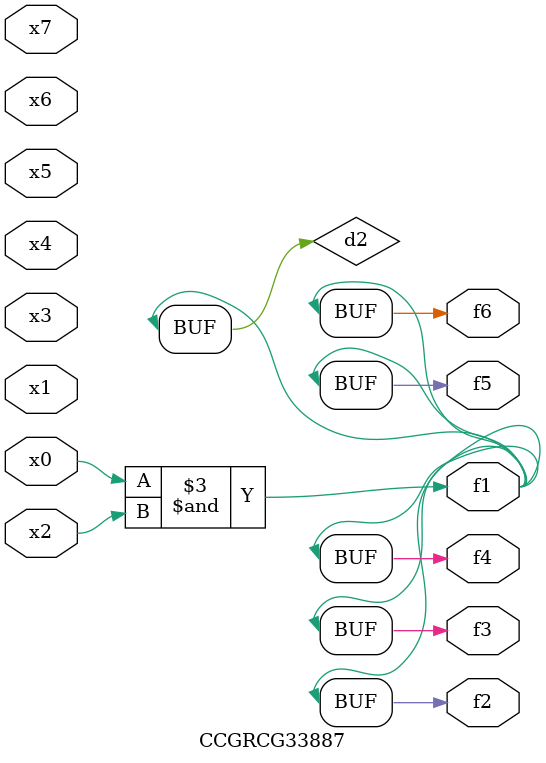
<source format=v>
module CCGRCG33887(
	input x0, x1, x2, x3, x4, x5, x6, x7,
	output f1, f2, f3, f4, f5, f6
);

	wire d1, d2;

	nor (d1, x3, x6);
	and (d2, x0, x2);
	assign f1 = d2;
	assign f2 = d2;
	assign f3 = d2;
	assign f4 = d2;
	assign f5 = d2;
	assign f6 = d2;
endmodule

</source>
